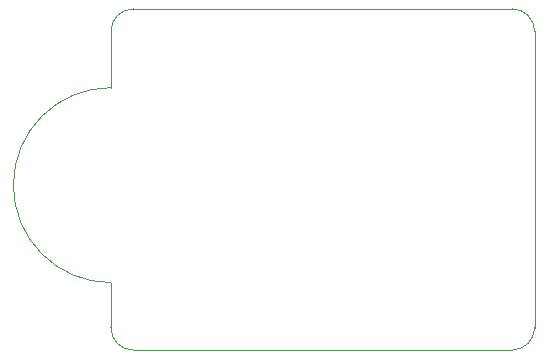
<source format=gbr>
%TF.GenerationSoftware,KiCad,Pcbnew,(6.0.0)*%
%TF.CreationDate,2022-10-20T13:45:11-04:00*%
%TF.ProjectId,TandyKey-B,54616e64-794b-4657-992d-422e6b696361,rev?*%
%TF.SameCoordinates,Original*%
%TF.FileFunction,Profile,NP*%
%FSLAX46Y46*%
G04 Gerber Fmt 4.6, Leading zero omitted, Abs format (unit mm)*
G04 Created by KiCad (PCBNEW (6.0.0)) date 2022-10-20 13:45:11*
%MOMM*%
%LPD*%
G01*
G04 APERTURE LIST*
%TA.AperFunction,Profile*%
%ADD10C,0.050000*%
%TD*%
G04 APERTURE END LIST*
D10*
X115252500Y-110495000D02*
X147320000Y-110490000D01*
X115252500Y-81597500D02*
X147320000Y-81597500D01*
X149225000Y-108585000D02*
X149225000Y-83502500D01*
X115252500Y-81597500D02*
G75*
G03*
X113347500Y-83502500I1J-1905001D01*
G01*
X113347500Y-88265000D02*
X113347500Y-83502500D01*
X149225000Y-83502500D02*
G75*
G03*
X147320000Y-81597500I-1905001J-1D01*
G01*
X147320000Y-110490000D02*
G75*
G03*
X149225000Y-108585000I-1J1905001D01*
G01*
X113347500Y-108590000D02*
G75*
G03*
X115252500Y-110495000I1905001J1D01*
G01*
X113347500Y-108590000D02*
X113347500Y-104775000D01*
%TO.C,J1*%
X113347500Y-88265000D02*
G75*
G03*
X113347500Y-104775000I0J-8255000D01*
G01*
%TD*%
M02*

</source>
